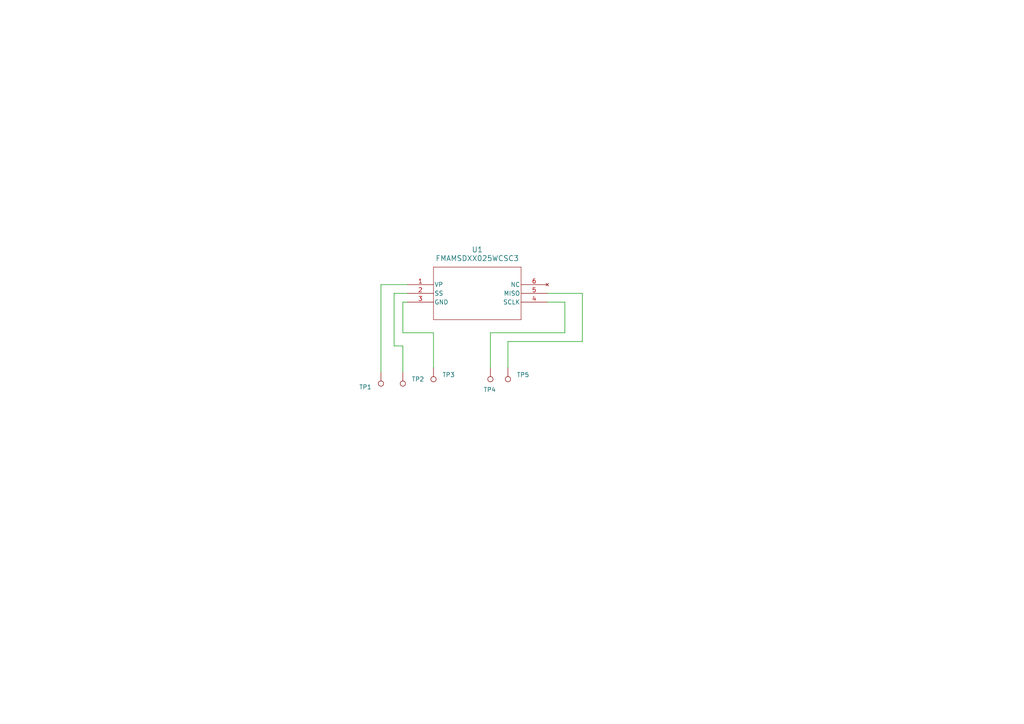
<source format=kicad_sch>
(kicad_sch
	(version 20231120)
	(generator "eeschema")
	(generator_version "8.0")
	(uuid "ccb7416b-ea5b-49c7-8e01-a8da1fa70ca6")
	(paper "A4")
	(lib_symbols
		(symbol "2024-11-07_15-44-10:FMAMSDXX025WCSC3"
			(pin_names
				(offset 0.254)
			)
			(exclude_from_sim no)
			(in_bom yes)
			(on_board yes)
			(property "Reference" "U"
				(at 20.32 10.16 0)
				(effects
					(font
						(size 1.524 1.524)
					)
				)
			)
			(property "Value" "FMAMSDXX025WCSC3"
				(at 20.32 7.62 0)
				(effects
					(font
						(size 1.524 1.524)
					)
				)
			)
			(property "Footprint" "FMAMSDXX025WCSC3_HNW"
				(at 0 0 0)
				(effects
					(font
						(size 1.27 1.27)
						(italic yes)
					)
					(hide yes)
				)
			)
			(property "Datasheet" "FMAMSDXX025WCSC3"
				(at 0 0 0)
				(effects
					(font
						(size 1.27 1.27)
						(italic yes)
					)
					(hide yes)
				)
			)
			(property "Description" ""
				(at 0 0 0)
				(effects
					(font
						(size 1.27 1.27)
					)
					(hide yes)
				)
			)
			(property "ki_locked" ""
				(at 0 0 0)
				(effects
					(font
						(size 1.27 1.27)
					)
				)
			)
			(property "ki_keywords" "FMAMSDXX025WCSC3"
				(at 0 0 0)
				(effects
					(font
						(size 1.27 1.27)
					)
					(hide yes)
				)
			)
			(property "ki_fp_filters" "FMAMSDXX025WCSC3_HNW"
				(at 0 0 0)
				(effects
					(font
						(size 1.27 1.27)
					)
					(hide yes)
				)
			)
			(symbol "FMAMSDXX025WCSC3_1_1"
				(polyline
					(pts
						(xy 7.62 -10.16) (xy 33.02 -10.16)
					)
					(stroke
						(width 0.127)
						(type default)
					)
					(fill
						(type none)
					)
				)
				(polyline
					(pts
						(xy 7.62 5.08) (xy 7.62 -10.16)
					)
					(stroke
						(width 0.127)
						(type default)
					)
					(fill
						(type none)
					)
				)
				(polyline
					(pts
						(xy 33.02 -10.16) (xy 33.02 5.08)
					)
					(stroke
						(width 0.127)
						(type default)
					)
					(fill
						(type none)
					)
				)
				(polyline
					(pts
						(xy 33.02 5.08) (xy 7.62 5.08)
					)
					(stroke
						(width 0.127)
						(type default)
					)
					(fill
						(type none)
					)
				)
				(pin unspecified line
					(at 0 0 0)
					(length 7.62)
					(name "VP"
						(effects
							(font
								(size 1.27 1.27)
							)
						)
					)
					(number "1"
						(effects
							(font
								(size 1.27 1.27)
							)
						)
					)
				)
				(pin unspecified line
					(at 0 -2.54 0)
					(length 7.62)
					(name "SS"
						(effects
							(font
								(size 1.27 1.27)
							)
						)
					)
					(number "2"
						(effects
							(font
								(size 1.27 1.27)
							)
						)
					)
				)
				(pin power_out line
					(at 0 -5.08 0)
					(length 7.62)
					(name "GND"
						(effects
							(font
								(size 1.27 1.27)
							)
						)
					)
					(number "3"
						(effects
							(font
								(size 1.27 1.27)
							)
						)
					)
				)
				(pin unspecified line
					(at 40.64 -5.08 180)
					(length 7.62)
					(name "SCLK"
						(effects
							(font
								(size 1.27 1.27)
							)
						)
					)
					(number "4"
						(effects
							(font
								(size 1.27 1.27)
							)
						)
					)
				)
				(pin unspecified line
					(at 40.64 -2.54 180)
					(length 7.62)
					(name "MISO"
						(effects
							(font
								(size 1.27 1.27)
							)
						)
					)
					(number "5"
						(effects
							(font
								(size 1.27 1.27)
							)
						)
					)
				)
				(pin no_connect line
					(at 40.64 0 180)
					(length 7.62)
					(name "NC"
						(effects
							(font
								(size 1.27 1.27)
							)
						)
					)
					(number "6"
						(effects
							(font
								(size 1.27 1.27)
							)
						)
					)
				)
			)
		)
		(symbol "Connector:TestPoint"
			(pin_numbers hide)
			(pin_names
				(offset 0.762) hide)
			(exclude_from_sim no)
			(in_bom yes)
			(on_board yes)
			(property "Reference" "TP"
				(at 0 6.858 0)
				(effects
					(font
						(size 1.27 1.27)
					)
				)
			)
			(property "Value" "TestPoint"
				(at 0 5.08 0)
				(effects
					(font
						(size 1.27 1.27)
					)
				)
			)
			(property "Footprint" ""
				(at 5.08 0 0)
				(effects
					(font
						(size 1.27 1.27)
					)
					(hide yes)
				)
			)
			(property "Datasheet" "~"
				(at 5.08 0 0)
				(effects
					(font
						(size 1.27 1.27)
					)
					(hide yes)
				)
			)
			(property "Description" "test point"
				(at 0 0 0)
				(effects
					(font
						(size 1.27 1.27)
					)
					(hide yes)
				)
			)
			(property "ki_keywords" "test point tp"
				(at 0 0 0)
				(effects
					(font
						(size 1.27 1.27)
					)
					(hide yes)
				)
			)
			(property "ki_fp_filters" "Pin* Test*"
				(at 0 0 0)
				(effects
					(font
						(size 1.27 1.27)
					)
					(hide yes)
				)
			)
			(symbol "TestPoint_0_1"
				(circle
					(center 0 3.302)
					(radius 0.762)
					(stroke
						(width 0)
						(type default)
					)
					(fill
						(type none)
					)
				)
			)
			(symbol "TestPoint_1_1"
				(pin passive line
					(at 0 0 90)
					(length 2.54)
					(name "1"
						(effects
							(font
								(size 1.27 1.27)
							)
						)
					)
					(number "1"
						(effects
							(font
								(size 1.27 1.27)
							)
						)
					)
				)
			)
		)
	)
	(wire
		(pts
			(xy 158.75 87.63) (xy 163.83 87.63)
		)
		(stroke
			(width 0)
			(type default)
		)
		(uuid "1ee8bc2c-ed03-41ef-a524-9f70f0ce69ad")
	)
	(wire
		(pts
			(xy 118.11 87.63) (xy 116.84 87.63)
		)
		(stroke
			(width 0)
			(type default)
		)
		(uuid "3414526f-5a4e-4ee5-ac48-2eb6857a7770")
	)
	(wire
		(pts
			(xy 168.91 85.09) (xy 168.91 99.06)
		)
		(stroke
			(width 0)
			(type default)
		)
		(uuid "4f48932c-984b-472e-a32a-959480be7bd1")
	)
	(wire
		(pts
			(xy 142.24 96.52) (xy 142.24 106.68)
		)
		(stroke
			(width 0)
			(type default)
		)
		(uuid "60d17361-bb3e-41f4-813a-143c4882718b")
	)
	(wire
		(pts
			(xy 118.11 85.09) (xy 114.3 85.09)
		)
		(stroke
			(width 0)
			(type default)
		)
		(uuid "7a0caaeb-d61f-4c5b-8d00-83b18b0bbccf")
	)
	(wire
		(pts
			(xy 125.73 96.52) (xy 125.73 106.68)
		)
		(stroke
			(width 0)
			(type default)
		)
		(uuid "88950753-2c61-4d0e-b71b-cb061d44c295")
	)
	(wire
		(pts
			(xy 163.83 96.52) (xy 142.24 96.52)
		)
		(stroke
			(width 0)
			(type default)
		)
		(uuid "8a1137cd-30d4-42f3-bc1d-8d1ec2a5b163")
	)
	(wire
		(pts
			(xy 110.49 82.55) (xy 110.49 107.95)
		)
		(stroke
			(width 0)
			(type default)
		)
		(uuid "959b8701-2223-47fb-9cfa-a7601fbfb117")
	)
	(wire
		(pts
			(xy 163.83 87.63) (xy 163.83 96.52)
		)
		(stroke
			(width 0)
			(type default)
		)
		(uuid "a04d0bff-7c1f-4bae-bba3-4f5d343bb04c")
	)
	(wire
		(pts
			(xy 116.84 100.33) (xy 116.84 107.95)
		)
		(stroke
			(width 0)
			(type default)
		)
		(uuid "a0ab8aec-a18c-4c35-859e-3ef6bab40bfe")
	)
	(wire
		(pts
			(xy 158.75 85.09) (xy 168.91 85.09)
		)
		(stroke
			(width 0)
			(type default)
		)
		(uuid "a5885221-cb55-40b4-bcc1-b53bc60071a1")
	)
	(wire
		(pts
			(xy 116.84 96.52) (xy 125.73 96.52)
		)
		(stroke
			(width 0)
			(type default)
		)
		(uuid "ae94ee5f-4705-4890-bcbc-58cfddbc6def")
	)
	(wire
		(pts
			(xy 116.84 87.63) (xy 116.84 96.52)
		)
		(stroke
			(width 0)
			(type default)
		)
		(uuid "b7c82436-4900-4dc7-b234-204b38efdecb")
	)
	(wire
		(pts
			(xy 168.91 99.06) (xy 147.32 99.06)
		)
		(stroke
			(width 0)
			(type default)
		)
		(uuid "bac185cb-249d-491d-81ba-5854f24ba02c")
	)
	(wire
		(pts
			(xy 147.32 99.06) (xy 147.32 106.68)
		)
		(stroke
			(width 0)
			(type default)
		)
		(uuid "bdb76217-efd2-410b-8ad2-b72aa574e42c")
	)
	(wire
		(pts
			(xy 114.3 85.09) (xy 114.3 100.33)
		)
		(stroke
			(width 0)
			(type default)
		)
		(uuid "bfd3deb0-f907-40f7-819b-1dde892e1f06")
	)
	(wire
		(pts
			(xy 114.3 100.33) (xy 116.84 100.33)
		)
		(stroke
			(width 0)
			(type default)
		)
		(uuid "cfcc951c-c185-4a57-adae-463e96afa399")
	)
	(wire
		(pts
			(xy 118.11 82.55) (xy 110.49 82.55)
		)
		(stroke
			(width 0)
			(type default)
		)
		(uuid "f756152b-9ad1-4a3e-89e1-db79da03d27d")
	)
	(symbol
		(lib_id "Connector:TestPoint")
		(at 125.73 106.68 180)
		(unit 1)
		(exclude_from_sim no)
		(in_bom yes)
		(on_board yes)
		(dnp no)
		(fields_autoplaced yes)
		(uuid "14cd3219-8bdb-465f-9c13-394d12339b7a")
		(property "Reference" "TP3"
			(at 128.27 108.7119 0)
			(effects
				(font
					(size 1.27 1.27)
				)
				(justify right)
			)
		)
		(property "Value" "TestPoint"
			(at 128.27 111.2519 0)
			(effects
				(font
					(size 1.27 1.27)
				)
				(justify right)
				(hide yes)
			)
		)
		(property "Footprint" "TestPoint:TestPoint_THTPad_2.0x2.0mm_Drill1.0mm"
			(at 120.65 106.68 0)
			(effects
				(font
					(size 1.27 1.27)
				)
				(hide yes)
			)
		)
		(property "Datasheet" "~"
			(at 120.65 106.68 0)
			(effects
				(font
					(size 1.27 1.27)
				)
				(hide yes)
			)
		)
		(property "Description" "test point"
			(at 125.73 106.68 0)
			(effects
				(font
					(size 1.27 1.27)
				)
				(hide yes)
			)
		)
		(pin "1"
			(uuid "95fed2af-8193-4297-885a-a33ca5d09586")
		)
		(instances
			(project ""
				(path "/ccb7416b-ea5b-49c7-8e01-a8da1fa70ca6"
					(reference "TP3")
					(unit 1)
				)
			)
		)
	)
	(symbol
		(lib_id "Connector:TestPoint")
		(at 147.32 106.68 180)
		(unit 1)
		(exclude_from_sim no)
		(in_bom yes)
		(on_board yes)
		(dnp no)
		(fields_autoplaced yes)
		(uuid "1a8d526f-4f71-4c71-b9b7-c98a4cd8cbf9")
		(property "Reference" "TP5"
			(at 149.86 108.7119 0)
			(effects
				(font
					(size 1.27 1.27)
				)
				(justify right)
			)
		)
		(property "Value" "TestPoint"
			(at 149.86 111.2519 0)
			(effects
				(font
					(size 1.27 1.27)
				)
				(justify right)
				(hide yes)
			)
		)
		(property "Footprint" "TestPoint:TestPoint_THTPad_2.0x2.0mm_Drill1.0mm"
			(at 142.24 106.68 0)
			(effects
				(font
					(size 1.27 1.27)
				)
				(hide yes)
			)
		)
		(property "Datasheet" "~"
			(at 142.24 106.68 0)
			(effects
				(font
					(size 1.27 1.27)
				)
				(hide yes)
			)
		)
		(property "Description" "test point"
			(at 147.32 106.68 0)
			(effects
				(font
					(size 1.27 1.27)
				)
				(hide yes)
			)
		)
		(pin "1"
			(uuid "73462424-b02f-431f-ab24-2714ca306328")
		)
		(instances
			(project ""
				(path "/ccb7416b-ea5b-49c7-8e01-a8da1fa70ca6"
					(reference "TP5")
					(unit 1)
				)
			)
		)
	)
	(symbol
		(lib_id "2024-11-07_15-44-10:FMAMSDXX025WCSC3")
		(at 118.11 82.55 0)
		(unit 1)
		(exclude_from_sim no)
		(in_bom yes)
		(on_board yes)
		(dnp no)
		(fields_autoplaced yes)
		(uuid "763db70b-6adb-473f-835f-65a341e10c22")
		(property "Reference" "U1"
			(at 138.43 72.39 0)
			(effects
				(font
					(size 1.524 1.524)
				)
			)
		)
		(property "Value" "FMAMSDXX025WCSC3"
			(at 138.43 74.93 0)
			(effects
				(font
					(size 1.524 1.524)
				)
			)
		)
		(property "Footprint" "FMAMSDXX025WCSC3:FMAMSDXX025WCSC3_HNW"
			(at 118.11 82.55 0)
			(effects
				(font
					(size 1.27 1.27)
					(italic yes)
				)
				(hide yes)
			)
		)
		(property "Datasheet" "FMAMSDXX025WCSC3"
			(at 118.11 82.55 0)
			(effects
				(font
					(size 1.27 1.27)
					(italic yes)
				)
				(hide yes)
			)
		)
		(property "Description" ""
			(at 118.11 82.55 0)
			(effects
				(font
					(size 1.27 1.27)
				)
				(hide yes)
			)
		)
		(pin "4"
			(uuid "88389e71-8b89-457f-a65a-c1451352e017")
		)
		(pin "2"
			(uuid "93d8a2e6-3e3d-4ec2-a59e-dd70b885406f")
		)
		(pin "3"
			(uuid "475a2b3b-9943-4f70-97d2-b93d687bd448")
		)
		(pin "6"
			(uuid "f3a7bd2a-ae9e-4966-a303-1bcfcc2f8d7f")
		)
		(pin "5"
			(uuid "12c1591d-1922-444a-a019-4b0fcdbe0c47")
		)
		(pin "1"
			(uuid "3f134c30-baf2-4dab-9816-02cb87d334ad")
		)
		(instances
			(project ""
				(path "/ccb7416b-ea5b-49c7-8e01-a8da1fa70ca6"
					(reference "U1")
					(unit 1)
				)
			)
		)
	)
	(symbol
		(lib_id "Connector:TestPoint")
		(at 116.84 107.95 180)
		(unit 1)
		(exclude_from_sim no)
		(in_bom yes)
		(on_board yes)
		(dnp no)
		(fields_autoplaced yes)
		(uuid "96eb4090-df6a-4b88-af5e-2a32f22eba7e")
		(property "Reference" "TP2"
			(at 119.38 109.9819 0)
			(effects
				(font
					(size 1.27 1.27)
				)
				(justify right)
			)
		)
		(property "Value" "TestPoint"
			(at 119.38 112.5219 0)
			(effects
				(font
					(size 1.27 1.27)
				)
				(justify right)
				(hide yes)
			)
		)
		(property "Footprint" "TestPoint:TestPoint_THTPad_2.0x2.0mm_Drill1.0mm"
			(at 111.76 107.95 0)
			(effects
				(font
					(size 1.27 1.27)
				)
				(hide yes)
			)
		)
		(property "Datasheet" "~"
			(at 111.76 107.95 0)
			(effects
				(font
					(size 1.27 1.27)
				)
				(hide yes)
			)
		)
		(property "Description" "test point"
			(at 116.84 107.95 0)
			(effects
				(font
					(size 1.27 1.27)
				)
				(hide yes)
			)
		)
		(pin "1"
			(uuid "f0de0529-a62e-4775-8075-e9551ccfa94b")
		)
		(instances
			(project ""
				(path "/ccb7416b-ea5b-49c7-8e01-a8da1fa70ca6"
					(reference "TP2")
					(unit 1)
				)
			)
		)
	)
	(symbol
		(lib_id "Connector:TestPoint")
		(at 142.24 106.68 180)
		(unit 1)
		(exclude_from_sim no)
		(in_bom yes)
		(on_board yes)
		(dnp no)
		(uuid "b79deb2e-a779-4ea2-9495-27754d81e528")
		(property "Reference" "TP4"
			(at 140.208 113.03 0)
			(effects
				(font
					(size 1.27 1.27)
				)
				(justify right)
			)
		)
		(property "Value" "TestPoint"
			(at 140.208 115.5699 0)
			(effects
				(font
					(size 1.27 1.27)
				)
				(justify right)
				(hide yes)
			)
		)
		(property "Footprint" "TestPoint:TestPoint_THTPad_2.0x2.0mm_Drill1.0mm"
			(at 137.16 106.68 0)
			(effects
				(font
					(size 1.27 1.27)
				)
				(hide yes)
			)
		)
		(property "Datasheet" "~"
			(at 137.16 106.68 0)
			(effects
				(font
					(size 1.27 1.27)
				)
				(hide yes)
			)
		)
		(property "Description" "test point"
			(at 142.24 106.68 0)
			(effects
				(font
					(size 1.27 1.27)
				)
				(hide yes)
			)
		)
		(pin "1"
			(uuid "4af1623d-b320-40bc-b3bc-06752e45a6d6")
		)
		(instances
			(project ""
				(path "/ccb7416b-ea5b-49c7-8e01-a8da1fa70ca6"
					(reference "TP4")
					(unit 1)
				)
			)
		)
	)
	(symbol
		(lib_id "Connector:TestPoint")
		(at 110.49 107.95 180)
		(unit 1)
		(exclude_from_sim no)
		(in_bom yes)
		(on_board yes)
		(dnp no)
		(uuid "c2d83f12-86c4-4257-a393-8a948b3afe85")
		(property "Reference" "TP1"
			(at 104.14 112.268 0)
			(effects
				(font
					(size 1.27 1.27)
				)
				(justify right)
			)
		)
		(property "Value" "TestPoint"
			(at 104.14 114.808 0)
			(effects
				(font
					(size 1.27 1.27)
				)
				(justify right)
				(hide yes)
			)
		)
		(property "Footprint" "TestPoint:TestPoint_THTPad_2.0x2.0mm_Drill1.0mm"
			(at 105.41 107.95 0)
			(effects
				(font
					(size 1.27 1.27)
				)
				(hide yes)
			)
		)
		(property "Datasheet" "~"
			(at 105.41 107.95 0)
			(effects
				(font
					(size 1.27 1.27)
				)
				(hide yes)
			)
		)
		(property "Description" "test point"
			(at 110.49 107.95 0)
			(effects
				(font
					(size 1.27 1.27)
				)
				(hide yes)
			)
		)
		(pin "1"
			(uuid "3b3b8a7f-5e86-4291-92c7-9e3974199a34")
		)
		(instances
			(project ""
				(path "/ccb7416b-ea5b-49c7-8e01-a8da1fa70ca6"
					(reference "TP1")
					(unit 1)
				)
			)
		)
	)
	(sheet_instances
		(path "/"
			(page "1")
		)
	)
)

</source>
